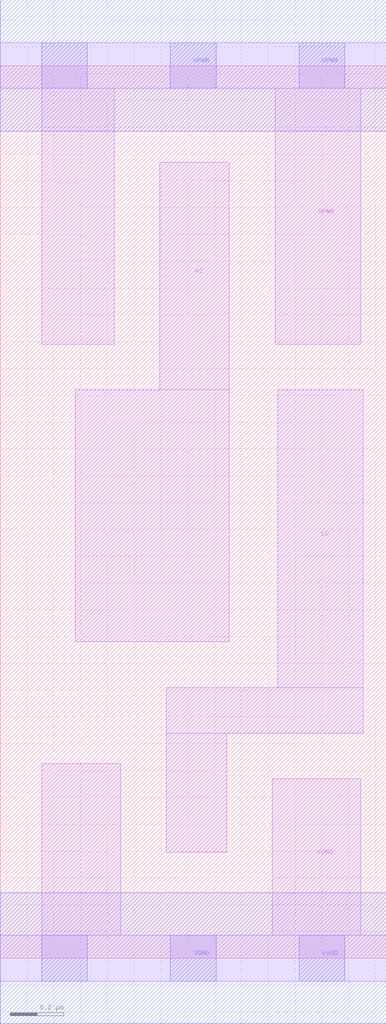
<source format=lef>
# Copyright 2020 The SkyWater PDK Authors
#
# Licensed under the Apache License, Version 2.0 (the "License");
# you may not use this file except in compliance with the License.
# You may obtain a copy of the License at
#
#     https://www.apache.org/licenses/LICENSE-2.0
#
# Unless required by applicable law or agreed to in writing, software
# distributed under the License is distributed on an "AS IS" BASIS,
# WITHOUT WARRANTIES OR CONDITIONS OF ANY KIND, either express or implied.
# See the License for the specific language governing permissions and
# limitations under the License.
#
# SPDX-License-Identifier: Apache-2.0

VERSION 5.7 ;
  NAMESCASESENSITIVE ON ;
  NOWIREEXTENSIONATPIN ON ;
  DIVIDERCHAR "/" ;
  BUSBITCHARS "[]" ;
UNITS
  DATABASE MICRONS 200 ;
END UNITS
MACRO sky130_fd_sc_lp__conb_1
  CLASS CORE ;
  SOURCE USER ;
  FOREIGN sky130_fd_sc_lp__conb_1 ;
  ORIGIN  0.000000  0.000000 ;
  SIZE  1.440000 BY  3.330000 ;
  SYMMETRY X Y R90 ;
  SITE unit ;
  PIN HI
    ANTENNADIFFAREA  0.179200 ;
    ANTENNAGATEAREA  0.159000 ;
    DIRECTION OUTPUT ;
    USE SIGNAL ;
    PORT
      LAYER li1 ;
        RECT 0.280000 1.180000 0.855000 2.120000 ;
        RECT 0.595000 2.120000 0.855000 2.970000 ;
    END
  END HI
  PIN LO
    ANTENNADIFFAREA  0.117600 ;
    ANTENNAGATEAREA  0.159000 ;
    DIRECTION OUTPUT ;
    USE SIGNAL ;
    PORT
      LAYER li1 ;
        RECT 0.620000 0.395000 0.845000 0.840000 ;
        RECT 0.620000 0.840000 1.355000 1.010000 ;
        RECT 1.035000 1.010000 1.355000 2.120000 ;
    END
  END LO
  PIN VGND
    DIRECTION INOUT ;
    USE GROUND ;
    PORT
      LAYER li1 ;
        RECT 0.000000 -0.085000 1.440000 0.085000 ;
        RECT 0.155000  0.085000 0.450000 0.725000 ;
        RECT 1.015000  0.085000 1.345000 0.670000 ;
      LAYER mcon ;
        RECT 0.155000 -0.085000 0.325000 0.085000 ;
        RECT 0.635000 -0.085000 0.805000 0.085000 ;
        RECT 1.115000 -0.085000 1.285000 0.085000 ;
      LAYER met1 ;
        RECT 0.000000 -0.245000 1.440000 0.245000 ;
    END
  END VGND
  PIN VPWR
    DIRECTION INOUT ;
    USE POWER ;
    PORT
      LAYER li1 ;
        RECT 0.000000 3.245000 1.440000 3.415000 ;
        RECT 0.155000 2.290000 0.425000 3.245000 ;
        RECT 1.025000 2.290000 1.345000 3.245000 ;
      LAYER mcon ;
        RECT 0.155000 3.245000 0.325000 3.415000 ;
        RECT 0.635000 3.245000 0.805000 3.415000 ;
        RECT 1.115000 3.245000 1.285000 3.415000 ;
      LAYER met1 ;
        RECT 0.000000 3.085000 1.440000 3.575000 ;
    END
  END VPWR
END sky130_fd_sc_lp__conb_1

</source>
